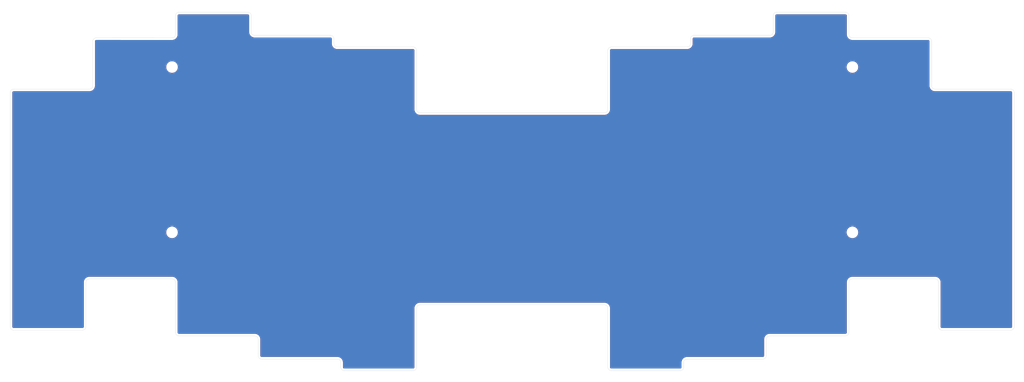
<source format=kicad_pcb>
(kicad_pcb (version 20241229) (generator "pcbnew") (generator_version "9.0")
  (title_block (title "pseusplit keyboard") (date "2024-11-18") (rev "0.1.0") (company "jack@pngu.org"))
  (layers (0 "F.Cu" signal) (2 "B.Cu" signal) (13 "F.Paste" user) (15 "B.Paste" user) (5 "F.SilkS" user "F.Silkscreen") (7 "B.SilkS" user "B.Silkscreen") (1 "F.Mask" user) (3 "B.Mask" user) (25 "Edge.Cuts" user))
  (net 0 "")
  (footprint "MountingHole:MountingHole_2.2mm_M2" (layer "F.Cu") (at 228.85 104.45)
    (property "Reference" "REF**" (hide yes))
    (property "Value" "MountingHole_2.2mm_M2" (hide yes))
    (pad "" np_thru_hole circle (at 0 0) (size 2.2 2.2) (drill 2.2) (layers "*.Cu" "*.Mask"))
  )
  (footprint "MountingHole:MountingHole_2.2mm_M2" (layer "F.Cu") (at 228.85 66.35)
    (property "Reference" "REF**" (hide yes))
    (property "Value" "MountingHole_2.2mm_M2" (hide yes))
    (pad "" np_thru_hole circle (at 0 0) (size 2.2 2.2) (drill 2.2) (layers "*.Cu" "*.Mask"))
  )
  (footprint "MountingHole:MountingHole_2.2mm_M2" (layer "F.Cu") (at 72.05 104.45)
    (property "Reference" "REF**" (hide yes))
    (property "Value" "MountingHole_2.2mm_M2" (hide yes))
    (pad "" np_thru_hole circle (at 0 0) (size 2.2 2.2) (drill 2.2) (layers "*.Cu" "*.Mask"))
  )
  (footprint "MountingHole:MountingHole_2.2mm_M2" (layer "F.Cu") (at 72.05 66.35)
    (property "Reference" "REF**" (hide yes))
    (property "Value" "MountingHole_2.2mm_M2" (hide yes))
    (pad "" np_thru_hole circle (at 0 0) (size 2.2 2.2) (drill 2.2) (layers "*.Cu" "*.Mask"))
  )
  (gr_line (start 227.256 53.7138) (end 211.382 53.7138) (stroke (width 0.05)) (layer "Edge.Cuts"))
  (gr_arc (start 210.5895 58.2541) (mid 210.357031 58.815331) (end 209.7958 59.0478) (stroke (width 0.05)) (layer "Edge.Cuts"))
  (gr_arc (start 247.891 115.1783) (mid 248.452231 115.410769) (end 248.6847 115.972) (stroke (width 0.05)) (layer "Edge.Cuts"))
  (gr_arc (start 53.7925 60.3179) (mid 54.056176 59.813811) (end 54.588 59.611836) (stroke (width 0.05)) (layer "Edge.Cuts"))
  (gr_line (start 91.8931 129.1153) (end 91.8931 132.2901) (stroke (width 0.05)) (layer "Edge.Cuts"))
  (gr_arc (start 72.0494 115.1783) (mid 72.610631 115.410769) (end 72.8431 115.972) (stroke (width 0.05)) (layer "Edge.Cuts"))
  (gr_line (start 92.688 133.6556) (end 110.1494 133.6556) (stroke (width 0.05)) (layer "Edge.Cuts"))
  (gr_line (start 247.891 115.1783) (end 228.8422 115.1783) (stroke (width 0.05)) (layer "Edge.Cuts"))
  (gr_line (start 51.4114 71.4297) (end 52.9988 71.4297) (stroke (width 0.05)) (layer "Edge.Cuts"))
  (gr_line (start 52.2051 126.195) (end 52.2051 117.4643) (stroke (width 0.05)) (layer "Edge.Cuts"))
  (gr_arc (start 172.4931 62.5085) (mid 172.725569 61.947269) (end 173.2868 61.7148) (stroke (width 0.05)) (layer "Edge.Cuts"))
  (gr_line (start 73.638 128.3216) (end 91.0994 128.3216) (stroke (width 0.05)) (layer "Edge.Cuts"))
  (gr_line (start 53.7925 70.636) (end 53.7925 60.3179) (stroke (width 0.05)) (layer "Edge.Cuts"))
  (gr_line (start 72.8431 58.8256) (end 72.8443 54.5075) (stroke (width 0.05)) (layer "Edge.Cuts"))
  (gr_arc (start 92.688 133.6556) (mid 92.126769 133.423131) (end 91.8943 132.8619) (stroke (width 0.05)) (layer "Edge.Cuts"))
  (gr_line (start 246.3036 59.6193) (end 228.8422 59.6193) (stroke (width 0.05)) (layer "Edge.Cuts"))
  (gr_line (start 228.0485 127.0838) (end 228.0497 127.5279) (stroke (width 0.05)) (layer "Edge.Cuts"))
  (gr_arc (start 191.5407 59.8415) (mid 191.773169 59.280269) (end 192.3344 59.0478) (stroke (width 0.05)) (layer "Edge.Cuts"))
  (gr_arc (start 228.0497 127.5279) (mid 227.817231 128.089131) (end 227.256 128.3216) (stroke (width 0.05)) (layer "Edge.Cuts"))
  (gr_arc (start 209.0021 132.8619) (mid 208.769631 133.423131) (end 208.2084 133.6556) (stroke (width 0.05)) (layer "Edge.Cuts"))
  (gr_arc (start 227.256 53.7138) (mid 227.817231 53.946269) (end 228.0497 54.5075) (stroke (width 0.05)) (layer "Edge.Cuts"))
  (gr_arc (start 172.4931 76.0835) (mid 172.260631 76.644731) (end 171.6994 76.8772) (stroke (width 0.05)) (layer "Edge.Cuts"))
  (gr_arc (start 191.5419 60.9211) (mid 191.309431 61.482331) (end 190.7482 61.7148) (stroke (width 0.05)) (layer "Edge.Cuts"))
  (gr_arc (start 127.612 61.7148) (mid 128.173231 61.947269) (end 128.4057 62.5085) (stroke (width 0.05)) (layer "Edge.Cuts"))
  (gr_line (start 265.3506 126.9887) (end 249.4766 126.9887) (stroke (width 0.05)) (layer "Edge.Cuts"))
  (gr_line (start 128.4057 135.5289) (end 128.4057 121.9539) (stroke (width 0.05)) (layer "Edge.Cuts"))
  (gr_arc (start 210.5883 54.5075) (mid 210.820769 53.946269) (end 211.382 53.7138) (stroke (width 0.05)) (layer "Edge.Cuts"))
  (gr_line (start 228.0485 58.8256) (end 228.0497 54.5075) (stroke (width 0.05)) (layer "Edge.Cuts"))
  (gr_arc (start 72.8431 58.8256) (mid 72.610631 59.386831) (end 72.0494 59.6193) (stroke (width 0.05)) (layer "Edge.Cuts"))
  (gr_arc (start 52.2051 126.195) (mid 51.972631 126.756231) (end 51.4114 126.9887) (stroke (width 0.05)) (layer "Edge.Cuts"))
  (gr_arc (start 247.8892 71.4297) (mid 247.327969 71.197231) (end 247.0955 70.636) (stroke (width 0.05)) (layer "Edge.Cuts"))
  (gr_line (start 248.6829 126.195) (end 248.6847 116.7657) (stroke (width 0.05)) (layer "Edge.Cuts"))
  (gr_line (start 208.2084 133.6556) (end 190.747 133.6556) (stroke (width 0.05)) (layer "Edge.Cuts"))
  (gr_line (start 265.3506 71.4297) (end 247.8892 71.4297) (stroke (width 0.05)) (layer "Edge.Cuts"))
  (gr_line (start 54.588 59.611836) (end 72.0494 59.6193) (stroke (width 0.05)) (layer "Edge.Cuts"))
  (gr_arc (start 209.0009 129.1153) (mid 209.233369 128.554069) (end 209.7946 128.3216) (stroke (width 0.05)) (layer "Edge.Cuts"))
  (gr_line (start 228.0485 115.972) (end 228.0485 127.0838) (stroke (width 0.05)) (layer "Edge.Cuts"))
  (gr_arc (start 129.1994 76.8772) (mid 128.638169 76.644731) (end 128.4057 76.0835) (stroke (width 0.05)) (layer "Edge.Cuts"))
  (gr_line (start 128.4057 76.0835) (end 128.4057 62.5085) (stroke (width 0.05)) (layer "Edge.Cuts"))
  (gr_line (start 210.5883 56.8886) (end 210.5895 58.2541) (stroke (width 0.05)) (layer "Edge.Cuts"))
  (gr_arc (start 91.0994 128.3216) (mid 91.660631 128.554069) (end 91.8931 129.1153) (stroke (width 0.05)) (layer "Edge.Cuts"))
  (gr_arc (start 35.5374 126.9887) (mid 34.976169 126.756231) (end 34.7437 126.195) (stroke (width 0.05)) (layer "Edge.Cuts"))
  (gr_line (start 91.1006 59.0478) (end 108.562 59.0478) (stroke (width 0.05)) (layer "Edge.Cuts"))
  (gr_arc (start 89.512 53.7138) (mid 90.073231 53.946269) (end 90.3057 54.5075) (stroke (width 0.05)) (layer "Edge.Cuts"))
  (gr_line (start 90.3057 54.5075) (end 90.3057 57.6823) (stroke (width 0.05)) (layer "Edge.Cuts"))
  (gr_line (start 110.9431 134.4493) (end 110.9431 135.243) (stroke (width 0.05)) (layer "Edge.Cuts"))
  (gr_line (start 35.5374 126.9887) (end 51.4114 126.9887) (stroke (width 0.05)) (layer "Edge.Cuts"))
  (gr_line (start 73.638 53.7138) (end 89.512 53.7138) (stroke (width 0.05)) (layer "Edge.Cuts"))
  (gr_line (start 227.256 128.3216) (end 209.7946 128.3216) (stroke (width 0.05)) (layer "Edge.Cuts"))
  (gr_arc (start 228.8422 59.6193) (mid 228.280969 59.386831) (end 228.0485 58.8256) (stroke (width 0.05)) (layer "Edge.Cuts"))
  (gr_line (start 209.7958 59.0478) (end 192.3344 59.0478) (stroke (width 0.05)) (layer "Edge.Cuts"))
  (gr_line (start 189.9533 135.243) (end 189.9545 135.5289) (stroke (width 0.05)) (layer "Edge.Cuts"))
  (gr_line (start 72.8431 115.972) (end 72.8431 127.0838) (stroke (width 0.05)) (layer "Edge.Cuts"))
  (gr_arc (start 228.0485 115.972) (mid 228.280969 115.410769) (end 228.8422 115.1783) (stroke (width 0.05)) (layer "Edge.Cuts"))
  (gr_line (start 189.1608 136.3226) (end 173.2868 136.3226) (stroke (width 0.05)) (layer "Edge.Cuts"))
  (gr_line (start 34.7437 84.1289) (end 34.7437 126.195) (stroke (width 0.05)) (layer "Edge.Cuts"))
  (gr_line (start 189.9533 134.4493) (end 189.9533 135.243) (stroke (width 0.05)) (layer "Edge.Cuts"))
  (gr_line (start 110.9431 135.243) (end 110.9443 135.5289) (stroke (width 0.05)) (layer "Edge.Cuts"))
  (gr_arc (start 72.8443 54.5075) (mid 73.076769 53.946269) (end 73.638 53.7138) (stroke (width 0.05)) (layer "Edge.Cuts"))
  (gr_arc (start 171.6994 121.1602) (mid 172.260631 121.392669) (end 172.4931 121.9539) (stroke (width 0.05)) (layer "Edge.Cuts"))
  (gr_line (start 90.3057 57.6823) (end 90.3069 58.2541) (stroke (width 0.05)) (layer "Edge.Cuts"))
  (gr_line (start 171.6994 121.1602) (end 129.1994 121.1602) (stroke (width 0.05)) (layer "Edge.Cuts"))
  (gr_line (start 52.2051 117.4643) (end 52.2069 115.972) (stroke (width 0.05)) (layer "Edge.Cuts"))
  (gr_arc (start 265.3506 71.4297) (mid 265.911831 71.662169) (end 266.1443 72.2234) (stroke (width 0.05)) (layer "Edge.Cuts"))
  (gr_line (start 110.1506 61.7148) (end 127.612 61.7148) (stroke (width 0.05)) (layer "Edge.Cuts"))
  (gr_arc (start 246.3036 59.6193) (mid 246.864831 59.851769) (end 247.0973 60.413) (stroke (width 0.05)) (layer "Edge.Cuts"))
  (gr_line (start 91.8931 132.2901) (end 91.8943 132.8619) (stroke (width 0.05)) (layer "Edge.Cuts"))
  (gr_arc (start 73.638 128.3216) (mid 73.076769 128.089131) (end 72.8443 127.5279) (stroke (width 0.05)) (layer "Edge.Cuts"))
  (gr_arc (start 128.4057 135.5289) (mid 128.173231 136.090131) (end 127.612 136.3226) (stroke (width 0.05)) (layer "Edge.Cuts"))
  (gr_arc (start 173.2868 136.3226) (mid 172.725569 136.090131) (end 172.4931 135.5289) (stroke (width 0.05)) (layer "Edge.Cuts"))
  (gr_line (start 210.5883 54.5075) (end 210.5883 56.8886) (stroke (width 0.05)) (layer "Edge.Cuts"))
  (gr_line (start 209.0009 132.2901) (end 209.0021 132.8619) (stroke (width 0.05)) (layer "Edge.Cuts"))
  (gr_line (start 53.0006 115.1783) (end 72.0494 115.1783) (stroke (width 0.05)) (layer "Edge.Cuts"))
  (gr_arc (start 34.7437 72.2234) (mid 34.976169 71.662169) (end 35.5374 71.4297) (stroke (width 0.05)) (layer "Edge.Cuts"))
  (gr_line (start 191.5419 60.9211) (end 191.5407 59.8415) (stroke (width 0.05)) (layer "Edge.Cuts"))
  (gr_arc (start 110.1494 133.6556) (mid 110.710631 133.888069) (end 110.9431 134.4493) (stroke (width 0.05)) (layer "Edge.Cuts"))
  (gr_line (start 247.0955 70.636) (end 247.0973 60.413) (stroke (width 0.05)) (layer "Edge.Cuts"))
  (gr_line (start 109.3557 59.8415) (end 109.3569 60.9211) (stroke (width 0.05)) (layer "Edge.Cuts"))
  (gr_line (start 172.4931 135.5289) (end 172.4931 121.9539) (stroke (width 0.05)) (layer "Edge.Cuts"))
  (gr_arc (start 110.1506 61.7148) (mid 109.589369 61.482331) (end 109.3569 60.9211) (stroke (width 0.05)) (layer "Edge.Cuts"))
  (gr_line (start 51.4114 71.4297) (end 35.5374 71.4297) (stroke (width 0.05)) (layer "Edge.Cuts"))
  (gr_line (start 248.6847 116.7657) (end 248.6847 115.972) (stroke (width 0.05)) (layer "Edge.Cuts"))
  (gr_line (start 34.7437 72.2234) (end 34.7437 84.1289) (stroke (width 0.05)) (layer "Edge.Cuts"))
  (gr_arc (start 111.738 136.3226) (mid 111.176769 136.090131) (end 110.9443 135.5289) (stroke (width 0.05)) (layer "Edge.Cuts"))
  (gr_arc (start 189.9545 135.5289) (mid 189.722031 136.090131) (end 189.1608 136.3226) (stroke (width 0.05)) (layer "Edge.Cuts"))
  (gr_arc (start 52.2069 115.972) (mid 52.439369 115.410769) (end 53.0006 115.1783) (stroke (width 0.05)) (layer "Edge.Cuts"))
  (gr_line (start 72.8431 127.0838) (end 72.8443 127.5279) (stroke (width 0.05)) (layer "Edge.Cuts"))
  (gr_arc (start 108.562 59.0478) (mid 109.123231 59.280269) (end 109.3557 59.8415) (stroke (width 0.05)) (layer "Edge.Cuts"))
  (gr_arc (start 249.4766 126.9887) (mid 248.915369 126.756231) (end 248.6829 126.195) (stroke (width 0.05)) (layer "Edge.Cuts"))
  (gr_arc (start 91.1006 59.0478) (mid 90.539369 58.815331) (end 90.3069 58.2541) (stroke (width 0.05)) (layer "Edge.Cuts"))
  (gr_line (start 266.1443 72.2234) (end 266.1443 126.195) (stroke (width 0.05)) (layer "Edge.Cuts"))
  (gr_line (start 171.6994 76.8772) (end 129.1994 76.8772) (stroke (width 0.05)) (layer "Edge.Cuts"))
  (gr_line (start 111.738 136.3226) (end 127.612 136.3226) (stroke (width 0.05)) (layer "Edge.Cuts"))
  (gr_arc (start 266.1443 126.195) (mid 265.911831 126.756231) (end 265.3506 126.9887) (stroke (width 0.05)) (layer "Edge.Cuts"))
  (gr_line (start 172.4931 76.0835) (end 172.4931 62.5085) (stroke (width 0.05)) (layer "Edge.Cuts"))
  (gr_arc (start 128.4057 121.9539) (mid 128.638169 121.392669) (end 129.1994 121.1602) (stroke (width 0.05)) (layer "Edge.Cuts"))
  (gr_line (start 209.0009 129.1153) (end 209.0009 132.2901) (stroke (width 0.05)) (layer "Edge.Cuts"))
  (gr_line (start 190.7482 61.7148) (end 173.2868 61.7148) (stroke (width 0.05)) (layer "Edge.Cuts"))
  (gr_arc (start 53.7925 70.636) (mid 53.560031 71.197231) (end 52.9988 71.4297) (stroke (width 0.05)) (layer "Edge.Cuts"))
  (gr_arc (start 189.9533 134.4493) (mid 190.185769 133.888069) (end 190.747 133.6556) (stroke (width 0.05)) (layer "Edge.Cuts"))
  (zone (net 0) (net_name "") (layers "F.Cu" "B.Cu") (connect_pads (clearance 0.5)) (min_thickness 0.25) (fill yes (thermal_gap 0.5) (thermal_bridge_width 0.5) (island_removal_mode 1) (island_area_min 10))
    (polygon (pts (xy 32.4 50.9) (xy 32.4 138.9) (xy 268.4 138.9) (xy 268.4 50.9)))
  )
)
</source>
